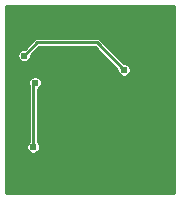
<source format=gbr>
G04 #@! TF.FileFunction,Copper,L2,Bot,Signal*
%FSLAX46Y46*%
G04 Gerber Fmt 4.6, Leading zero omitted, Abs format (unit mm)*
G04 Created by KiCad (PCBNEW 4.0.0-stable) date Tuesday, December 15, 2015 'AMt' 11:23:10 AM*
%MOMM*%
G01*
G04 APERTURE LIST*
%ADD10C,0.100000*%
%ADD11C,0.609600*%
%ADD12C,0.660001*%
%ADD13C,0.228600*%
%ADD14C,0.254000*%
G04 APERTURE END LIST*
D10*
D11*
X79152940Y93594220D03*
X89363730Y94127620D03*
X83775740Y94762620D03*
X90582940Y94762620D03*
X77019340Y94762620D03*
X81286540Y94762620D03*
X80067330Y90901820D03*
X81057930Y88768220D03*
X77019330Y83053220D03*
X77019340Y79624220D03*
X84207530Y93060820D03*
X90582940Y81732420D03*
X83928130Y91054220D03*
X81261130Y82443620D03*
X78975130Y82138820D03*
X77476530Y90901820D03*
X90582940Y89428620D03*
X90582940Y91308220D03*
X90582940Y79624220D03*
X88220740Y79624220D03*
X81870740Y79624220D03*
X90582940Y87269620D03*
X88220730Y81732420D03*
D12*
X82305930Y87291620D03*
X83505930Y87291620D03*
X84705930Y87291620D03*
X85905930Y87291620D03*
X82305930Y86091620D03*
X83505930Y86091620D03*
X84705930Y86091620D03*
X85905930Y86091620D03*
X82305930Y84891620D03*
X83505930Y84891620D03*
X84705930Y84891620D03*
X85905930Y84891620D03*
X82305930Y83691620D03*
X83505930Y83691620D03*
X84705930Y83691620D03*
X85905930Y83691620D03*
D11*
X88500130Y92806820D03*
X87687330Y91206620D03*
X78238530Y90901820D03*
X86696730Y89682620D03*
X79152930Y88590420D03*
X79000530Y83154820D03*
D13*
X78238530Y90901820D02*
X79356130Y92019420D01*
X84359930Y92019420D02*
X86696730Y89682620D01*
X79356130Y92019420D02*
X84359930Y92019420D01*
X79000530Y88438020D02*
X79152930Y88590420D01*
X79000530Y83180220D02*
X79000530Y88438020D01*
D14*
G36*
X90924480Y79283860D02*
X76678180Y79283860D01*
X76678180Y83105699D01*
X78415562Y83105699D01*
X78436243Y82993013D01*
X78478419Y82886491D01*
X78540481Y82790189D01*
X78620066Y82707776D01*
X78714143Y82642391D01*
X78819129Y82596524D01*
X78931024Y82571922D01*
X79045566Y82569523D01*
X79158393Y82589418D01*
X79265207Y82630848D01*
X79361940Y82692236D01*
X79444907Y82771244D01*
X79510947Y82864863D01*
X79557546Y82969525D01*
X79582928Y83081246D01*
X79584755Y83212104D01*
X79562502Y83324489D01*
X79518844Y83430412D01*
X79455443Y83525838D01*
X79394230Y83587480D01*
X79394230Y88057381D01*
X79417607Y88066448D01*
X79514340Y88127836D01*
X79597307Y88206844D01*
X79663347Y88300463D01*
X79709946Y88405125D01*
X79735328Y88516846D01*
X79737155Y88647704D01*
X79714902Y88760089D01*
X79671244Y88866012D01*
X79607843Y88961438D01*
X79527115Y89042732D01*
X79432134Y89106797D01*
X79326519Y89151194D01*
X79214291Y89174231D01*
X79099726Y89175031D01*
X78987188Y89153563D01*
X78880963Y89110645D01*
X78785097Y89047912D01*
X78703241Y88967754D01*
X78638514Y88873222D01*
X78593381Y88767919D01*
X78569561Y88655855D01*
X78567962Y88541299D01*
X78588643Y88428613D01*
X78606830Y88382679D01*
X78606830Y83586982D01*
X78550841Y83532154D01*
X78486114Y83437622D01*
X78440981Y83332319D01*
X78417161Y83220255D01*
X78415562Y83105699D01*
X76678180Y83105699D01*
X76678180Y90852699D01*
X77653562Y90852699D01*
X77674243Y90740013D01*
X77716419Y90633491D01*
X77778481Y90537189D01*
X77858066Y90454776D01*
X77952143Y90389391D01*
X78057129Y90343524D01*
X78169024Y90318922D01*
X78283566Y90316523D01*
X78396393Y90336418D01*
X78503207Y90377848D01*
X78599940Y90439236D01*
X78682907Y90518244D01*
X78748947Y90611863D01*
X78795546Y90716525D01*
X78820928Y90828246D01*
X78822333Y90928847D01*
X79519206Y91625720D01*
X84196854Y91625720D01*
X86112826Y89709748D01*
X86111762Y89633499D01*
X86132443Y89520813D01*
X86174619Y89414291D01*
X86236681Y89317989D01*
X86316266Y89235576D01*
X86410343Y89170191D01*
X86515329Y89124324D01*
X86627224Y89099722D01*
X86741766Y89097323D01*
X86854593Y89117218D01*
X86961407Y89158648D01*
X87058140Y89220036D01*
X87141107Y89299044D01*
X87207147Y89392663D01*
X87253746Y89497325D01*
X87279128Y89609046D01*
X87280955Y89739904D01*
X87258702Y89852289D01*
X87215044Y89958212D01*
X87151643Y90053638D01*
X87070915Y90134932D01*
X86975934Y90198997D01*
X86870319Y90243394D01*
X86758091Y90266431D01*
X86669073Y90267053D01*
X84638318Y92297808D01*
X84610190Y92320913D01*
X84582358Y92344267D01*
X84580546Y92345263D01*
X84578944Y92346579D01*
X84546867Y92363778D01*
X84515025Y92381284D01*
X84513053Y92381910D01*
X84511228Y92382888D01*
X84476450Y92393521D01*
X84441785Y92404517D01*
X84439728Y92404748D01*
X84437748Y92405353D01*
X84401610Y92409023D01*
X84365427Y92413082D01*
X84361374Y92413110D01*
X84361305Y92413117D01*
X84361241Y92413111D01*
X84359930Y92413120D01*
X79356130Y92413120D01*
X79319934Y92409571D01*
X79283709Y92406402D01*
X79281719Y92405824D01*
X79279660Y92405622D01*
X79244863Y92395116D01*
X79209922Y92384965D01*
X79208083Y92384012D01*
X79206103Y92383414D01*
X79174042Y92366367D01*
X79141705Y92349605D01*
X79140084Y92348311D01*
X79138260Y92347341D01*
X79110133Y92324401D01*
X79081656Y92301668D01*
X79078771Y92298823D01*
X79078716Y92298778D01*
X79078674Y92298727D01*
X79077742Y92297808D01*
X78265803Y91485869D01*
X78185326Y91486431D01*
X78072788Y91464963D01*
X77966563Y91422045D01*
X77870697Y91359312D01*
X77788841Y91279154D01*
X77724114Y91184622D01*
X77678981Y91079319D01*
X77655161Y90967255D01*
X77653562Y90852699D01*
X76678180Y90852699D01*
X76678180Y95102980D01*
X90924480Y95102980D01*
X90924480Y79283860D01*
X90924480Y79283860D01*
G37*
X90924480Y79283860D02*
X76678180Y79283860D01*
X76678180Y83105699D01*
X78415562Y83105699D01*
X78436243Y82993013D01*
X78478419Y82886491D01*
X78540481Y82790189D01*
X78620066Y82707776D01*
X78714143Y82642391D01*
X78819129Y82596524D01*
X78931024Y82571922D01*
X79045566Y82569523D01*
X79158393Y82589418D01*
X79265207Y82630848D01*
X79361940Y82692236D01*
X79444907Y82771244D01*
X79510947Y82864863D01*
X79557546Y82969525D01*
X79582928Y83081246D01*
X79584755Y83212104D01*
X79562502Y83324489D01*
X79518844Y83430412D01*
X79455443Y83525838D01*
X79394230Y83587480D01*
X79394230Y88057381D01*
X79417607Y88066448D01*
X79514340Y88127836D01*
X79597307Y88206844D01*
X79663347Y88300463D01*
X79709946Y88405125D01*
X79735328Y88516846D01*
X79737155Y88647704D01*
X79714902Y88760089D01*
X79671244Y88866012D01*
X79607843Y88961438D01*
X79527115Y89042732D01*
X79432134Y89106797D01*
X79326519Y89151194D01*
X79214291Y89174231D01*
X79099726Y89175031D01*
X78987188Y89153563D01*
X78880963Y89110645D01*
X78785097Y89047912D01*
X78703241Y88967754D01*
X78638514Y88873222D01*
X78593381Y88767919D01*
X78569561Y88655855D01*
X78567962Y88541299D01*
X78588643Y88428613D01*
X78606830Y88382679D01*
X78606830Y83586982D01*
X78550841Y83532154D01*
X78486114Y83437622D01*
X78440981Y83332319D01*
X78417161Y83220255D01*
X78415562Y83105699D01*
X76678180Y83105699D01*
X76678180Y90852699D01*
X77653562Y90852699D01*
X77674243Y90740013D01*
X77716419Y90633491D01*
X77778481Y90537189D01*
X77858066Y90454776D01*
X77952143Y90389391D01*
X78057129Y90343524D01*
X78169024Y90318922D01*
X78283566Y90316523D01*
X78396393Y90336418D01*
X78503207Y90377848D01*
X78599940Y90439236D01*
X78682907Y90518244D01*
X78748947Y90611863D01*
X78795546Y90716525D01*
X78820928Y90828246D01*
X78822333Y90928847D01*
X79519206Y91625720D01*
X84196854Y91625720D01*
X86112826Y89709748D01*
X86111762Y89633499D01*
X86132443Y89520813D01*
X86174619Y89414291D01*
X86236681Y89317989D01*
X86316266Y89235576D01*
X86410343Y89170191D01*
X86515329Y89124324D01*
X86627224Y89099722D01*
X86741766Y89097323D01*
X86854593Y89117218D01*
X86961407Y89158648D01*
X87058140Y89220036D01*
X87141107Y89299044D01*
X87207147Y89392663D01*
X87253746Y89497325D01*
X87279128Y89609046D01*
X87280955Y89739904D01*
X87258702Y89852289D01*
X87215044Y89958212D01*
X87151643Y90053638D01*
X87070915Y90134932D01*
X86975934Y90198997D01*
X86870319Y90243394D01*
X86758091Y90266431D01*
X86669073Y90267053D01*
X84638318Y92297808D01*
X84610190Y92320913D01*
X84582358Y92344267D01*
X84580546Y92345263D01*
X84578944Y92346579D01*
X84546867Y92363778D01*
X84515025Y92381284D01*
X84513053Y92381910D01*
X84511228Y92382888D01*
X84476450Y92393521D01*
X84441785Y92404517D01*
X84439728Y92404748D01*
X84437748Y92405353D01*
X84401610Y92409023D01*
X84365427Y92413082D01*
X84361374Y92413110D01*
X84361305Y92413117D01*
X84361241Y92413111D01*
X84359930Y92413120D01*
X79356130Y92413120D01*
X79319934Y92409571D01*
X79283709Y92406402D01*
X79281719Y92405824D01*
X79279660Y92405622D01*
X79244863Y92395116D01*
X79209922Y92384965D01*
X79208083Y92384012D01*
X79206103Y92383414D01*
X79174042Y92366367D01*
X79141705Y92349605D01*
X79140084Y92348311D01*
X79138260Y92347341D01*
X79110133Y92324401D01*
X79081656Y92301668D01*
X79078771Y92298823D01*
X79078716Y92298778D01*
X79078674Y92298727D01*
X79077742Y92297808D01*
X78265803Y91485869D01*
X78185326Y91486431D01*
X78072788Y91464963D01*
X77966563Y91422045D01*
X77870697Y91359312D01*
X77788841Y91279154D01*
X77724114Y91184622D01*
X77678981Y91079319D01*
X77655161Y90967255D01*
X77653562Y90852699D01*
X76678180Y90852699D01*
X76678180Y95102980D01*
X90924480Y95102980D01*
X90924480Y79283860D01*
M02*

</source>
